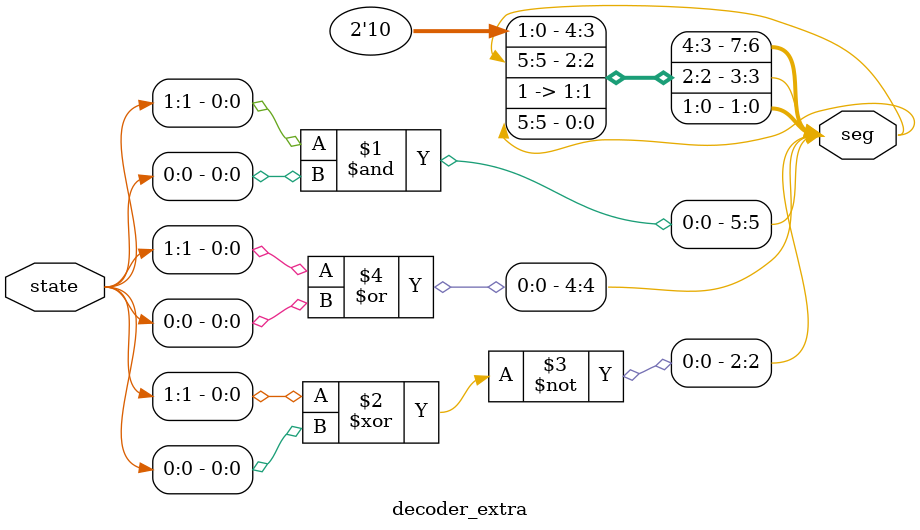
<source format=v>
module decoder_extra(
    input [1:0] state,
    output [7:0] seg
);

/*
segments[0] = a
segments[1] = b
segments[2] = c
segments[3] = d
segments[4] = e
segments[5] = f
segments[6] = g
segments[7] = dot

a = st1 · st0
b = 1
c = st1 XNOR st0
d = a
e = st1 + st0
f = a
g = 0
dot = 1

*/

// a
and(seg[0], state[1], state[0]);

// b
assign seg[1] = 1;

// c
xnor(seg[2], state[1], state[0]);

// d
assign seg[3] = seg[0];

// e
or(seg[4], state[1], state[0]);

// f
assign seg[5] = seg[0];

// g
assign seg[6] = 0;

// dot
assign seg[7] = 1;

endmodule

</source>
